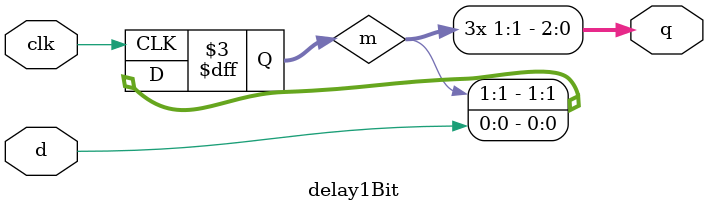
<source format=v>
`timescale 1ns / 1ps


module delay1Bit(
    input clk,
    input d,
    output [2:0] q
    );
    parameter n=2;
    reg [n:1] m;
    integer i;
    always@(posedge clk) begin
        for(i=1;i<=n;i=i+1)  begin
            if(i==1)  m[i]<=d;  
            else  m[i]<=m[i-1]; 
         end
    end
    assign q={m[n-1],m[n-1], m[n-1]};
endmodule

</source>
